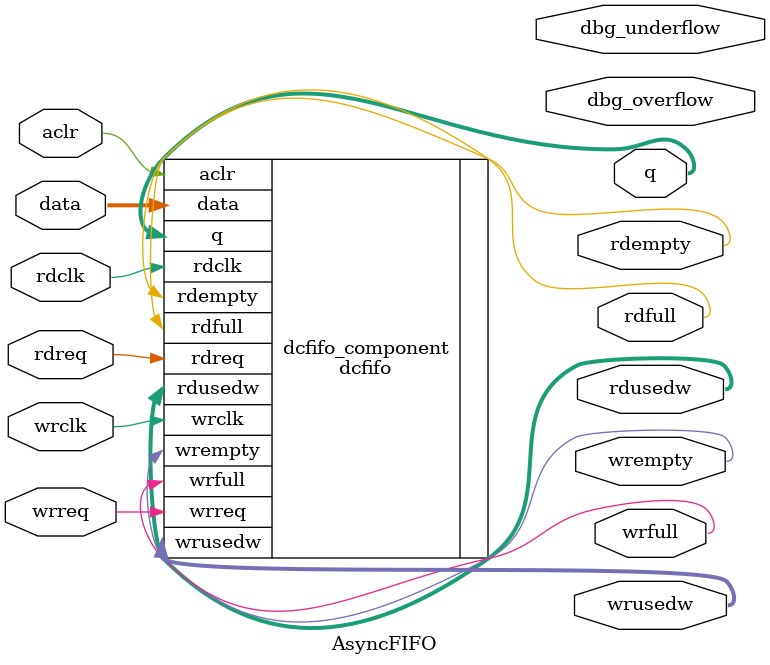
<source format=v>

module AsyncFIFO
#(
    parameter LOG_DEPTH      = 10,
    parameter WIDTH          = 32,
    parameter ALMOSTFULL_VAL = (2**LOG_DEPTH)/2,
    parameter USE_LUTRAM     = 0,
    parameter DBG_ENABLE     = 0
)
(
    input                 aclr,

    input                 wrclk,
    input                 wrreq,
    output                wrempty,
    output                wrfull,
    output [LOG_DEPTH:0]  wrusedw,
    input  [WIDTH-1:0]    data,

    input                 rdclk,
    output                rdempty,
    output                rdfull,
    output [LOG_DEPTH:0]  rdusedw,
    input                 rdreq,
    output [WIDTH-1:0]    q,
    
    output                dbg_overflow,
    output                dbg_underflow
);

    dcfifo dcfifo_component
    (
        .rdclk            (rdclk),
        .wrreq            (wrreq),
        .aclr             (aclr),
        .data             (data),
        .rdreq            (rdreq),
        .wrclk            (wrclk),
        .wrempty          (wrempty),
        .wrfull           (wrfull),
        .q                (q),
        .rdempty          (rdempty),
        .rdfull           (rdfull),
        .wrusedw          (wrusedw),
        .rdusedw          (rdusedw)
    );

    defparam
        dcfifo_component.add_usedw_msb_bit = "ON",
        dcfifo_component.intended_device_family = "Stratix V",
		dcfifo_component.lpm_hint = USE_LUTRAM ? "RAM_BLOCK_TYPE=MLAB" : "RAM_BLOCK_TYPE=M20K",
        dcfifo_component.lpm_numwords = 2**LOG_DEPTH,
        dcfifo_component.lpm_showahead = "ON",
        dcfifo_component.lpm_type = "dcfifo",
        dcfifo_component.lpm_width = WIDTH,
        dcfifo_component.lpm_widthu = LOG_DEPTH+1,
        dcfifo_component.overflow_checking = "OFF",
        dcfifo_component.rdsync_delaypipe = 5,
        dcfifo_component.read_aclr_synch = "ON",
        dcfifo_component.underflow_checking = "OFF",
        dcfifo_component.use_eab = "ON",
        dcfifo_component.write_aclr_synch = "ON",
        dcfifo_component.wrsync_delaypipe = 5;

endmodule

</source>
